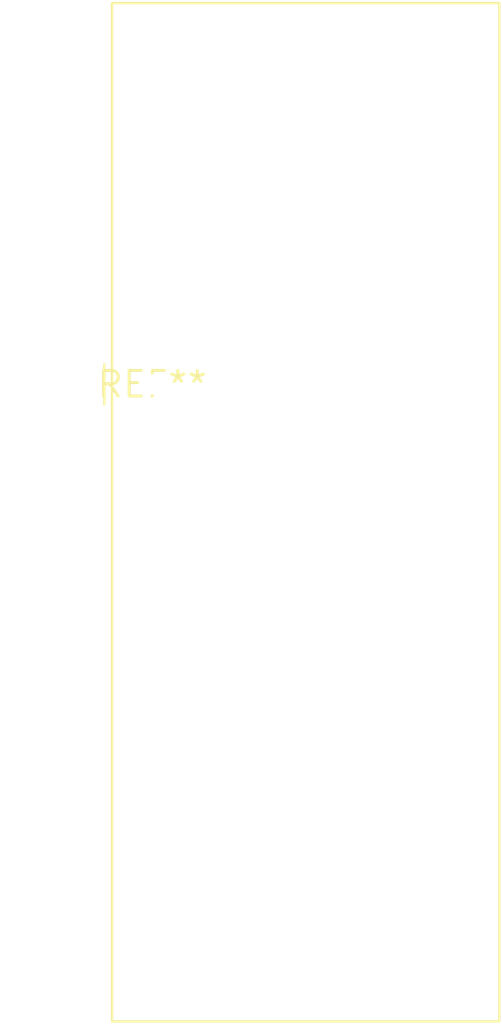
<source format=kicad_pcb>
(kicad_pcb (version 20240108) (generator pcbnew)
  (layers (0 "F.Cu" signal) (31 "B.Cu" signal) (34 "B.Paste" user) (35 "F.Paste" user) (36 "B.SilkS" user "B.Silkscreen") (37 "F.SilkS" user "F.Silkscreen") (38 "B.Mask" user) (39 "F.Mask" user) (44 "Edge.Cuts" user))
  (net 0 "")
  (footprint "CA56-12SEKWA" (layer "F.Cu") (at 0 0)
    (property "Reference" "REF**")
    (property "Value" "CA56-12SEKWA")
    (fp_line (start -2.38 -1) (end -2.38 1) (layer "F.SilkS") (stroke (width 0.12)))
    (fp_line (start -2 -18.92) (end -2 31.62) (layer "F.SilkS") (stroke (width 0.12)))
    (fp_line (start -2 -18.92) (end 17.24 -18.92) (layer "F.SilkS") (stroke (width 0.12)))
    (fp_line (start -2 31.62) (end 17.24 31.62) (layer "F.SilkS") (stroke (width 0.12)))
    (fp_line (start 17.24 31.62) (end 17.24 -18.92) (layer "F.SilkS") (stroke (width 0.12)))
    (pad "1" thru_hole rect (at 0 0) (size 1.5 1.5) (drill 1) (layers *.Cu *.Mask) (remove_unused_layers))
    (pad "2" thru_hole circle (at 0 2.54) (size 1.5 1.5) (drill 1) (layers *.Cu *.Mask) (remove_unused_layers))
    (pad "3" thru_hole circle (at 0 5.08) (size 1.5 1.5) (drill 1) (layers *.Cu *.Mask) (remove_unused_layers))
    (pad "4" thru_hole circle (at 0 7.62) (size 1.5 1.5) (drill 1) (layers *.Cu *.Mask) (remove_unused_layers))
    (pad "5" thru_hole circle (at 0 10.16) (size 1.5 1.5) (drill 1) (layers *.Cu *.Mask) (remove_unused_layers))
    (pad "6" thru_hole circle (at 0 12.7) (size 1.5 1.5) (drill 1) (layers *.Cu *.Mask) (remove_unused_layers))
    (pad "7" thru_hole circle (at 15.24 12.7) (size 1.5 1.5) (drill 1) (layers *.Cu *.Mask) (remove_unused_layers))
    (pad "8" thru_hole circle (at 15.24 10.16) (size 1.5 1.5) (drill 1) (layers *.Cu *.Mask) (remove_unused_layers))
    (pad "9" thru_hole circle (at 15.24 7.62) (size 1.5 1.5) (drill 1) (layers *.Cu *.Mask) (remove_unused_layers))
    (pad "10" thru_hole circle (at 15.24 5.08) (size 1.5 1.5) (drill 1) (layers *.Cu *.Mask) (remove_unused_layers))
    (pad "11" thru_hole circle (at 15.24 2.54) (size 1.5 1.5) (drill 1) (layers *.Cu *.Mask) (remove_unused_layers))
    (pad "12" thru_hole circle (at 15.24 0) (size 1.5 1.5) (drill 1) (layers *.Cu *.Mask) (remove_unused_layers))
  )
)
</source>
